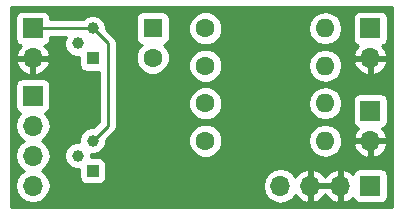
<source format=gbl>
G04 #@! TF.FileFunction,Copper,L2,Bot,Signal*
%FSLAX46Y46*%
G04 Gerber Fmt 4.6, Leading zero omitted, Abs format (unit mm)*
G04 Created by KiCad (PCBNEW 4.0.7) date 05/31/19 16:29:18*
%MOMM*%
%LPD*%
G01*
G04 APERTURE LIST*
%ADD10C,0.100000*%
%ADD11R,1.600000X1.600000*%
%ADD12C,1.600000*%
%ADD13R,1.700000X1.700000*%
%ADD14O,1.700000X1.700000*%
%ADD15C,1.000000*%
%ADD16R,1.000000X1.000000*%
%ADD17O,1.600000X1.600000*%
%ADD18C,0.250000*%
%ADD19C,0.254000*%
G04 APERTURE END LIST*
D10*
D11*
X143510000Y-103505000D03*
D12*
X143510000Y-106005000D03*
D13*
X133350000Y-103505000D03*
D14*
X133350000Y-106045000D03*
D13*
X133350000Y-109220000D03*
D14*
X133350000Y-111760000D03*
X133350000Y-114300000D03*
X133350000Y-116840000D03*
D13*
X161925000Y-116840000D03*
D14*
X159385000Y-116840000D03*
X156845000Y-116840000D03*
X154305000Y-116840000D03*
D13*
X161925000Y-110490000D03*
D14*
X161925000Y-113030000D03*
D13*
X161925000Y-103505000D03*
D14*
X161925000Y-106045000D03*
D15*
X137160000Y-114300000D03*
X138430000Y-113030000D03*
D16*
X138430000Y-115570000D03*
D15*
X137160000Y-104775000D03*
X138430000Y-103505000D03*
D16*
X138430000Y-106045000D03*
D12*
X147955000Y-109855000D03*
D17*
X158115000Y-109855000D03*
D12*
X147955000Y-103505000D03*
D17*
X158115000Y-103505000D03*
D12*
X147955000Y-113030000D03*
D17*
X158115000Y-113030000D03*
D12*
X147955000Y-106680000D03*
D17*
X158115000Y-106680000D03*
D18*
X133350000Y-103505000D02*
X138430000Y-103505000D01*
X138430000Y-113030000D02*
X139700000Y-111760000D01*
X139700000Y-104775000D02*
X138430000Y-103505000D01*
X139700000Y-111760000D02*
X139700000Y-104775000D01*
D19*
G36*
X163755000Y-118670000D02*
X131520000Y-118670000D01*
X131520000Y-111760000D01*
X131835907Y-111760000D01*
X131948946Y-112328285D01*
X132270853Y-112810054D01*
X132600026Y-113030000D01*
X132270853Y-113249946D01*
X131948946Y-113731715D01*
X131835907Y-114300000D01*
X131948946Y-114868285D01*
X132270853Y-115350054D01*
X132600026Y-115570000D01*
X132270853Y-115789946D01*
X131948946Y-116271715D01*
X131835907Y-116840000D01*
X131948946Y-117408285D01*
X132270853Y-117890054D01*
X132752622Y-118211961D01*
X133320907Y-118325000D01*
X133379093Y-118325000D01*
X133947378Y-118211961D01*
X134429147Y-117890054D01*
X134751054Y-117408285D01*
X134864093Y-116840000D01*
X134858307Y-116810907D01*
X152820000Y-116810907D01*
X152820000Y-116869093D01*
X152933039Y-117437378D01*
X153254946Y-117919147D01*
X153736715Y-118241054D01*
X154305000Y-118354093D01*
X154873285Y-118241054D01*
X155355054Y-117919147D01*
X155582702Y-117578447D01*
X155649817Y-117721358D01*
X156078076Y-118111645D01*
X156488110Y-118281476D01*
X156718000Y-118160155D01*
X156718000Y-116967000D01*
X156972000Y-116967000D01*
X156972000Y-118160155D01*
X157201890Y-118281476D01*
X157611924Y-118111645D01*
X158040183Y-117721358D01*
X158115000Y-117562046D01*
X158189817Y-117721358D01*
X158618076Y-118111645D01*
X159028110Y-118281476D01*
X159258000Y-118160155D01*
X159258000Y-116967000D01*
X156972000Y-116967000D01*
X156718000Y-116967000D01*
X156698000Y-116967000D01*
X156698000Y-116713000D01*
X156718000Y-116713000D01*
X156718000Y-115519845D01*
X156972000Y-115519845D01*
X156972000Y-116713000D01*
X159258000Y-116713000D01*
X159258000Y-115519845D01*
X159512000Y-115519845D01*
X159512000Y-116713000D01*
X159532000Y-116713000D01*
X159532000Y-116967000D01*
X159512000Y-116967000D01*
X159512000Y-118160155D01*
X159741890Y-118281476D01*
X160151924Y-118111645D01*
X160454937Y-117835499D01*
X160471838Y-117925317D01*
X160610910Y-118141441D01*
X160823110Y-118286431D01*
X161075000Y-118337440D01*
X162775000Y-118337440D01*
X163010317Y-118293162D01*
X163226441Y-118154090D01*
X163371431Y-117941890D01*
X163422440Y-117690000D01*
X163422440Y-115990000D01*
X163378162Y-115754683D01*
X163239090Y-115538559D01*
X163026890Y-115393569D01*
X162775000Y-115342560D01*
X161075000Y-115342560D01*
X160839683Y-115386838D01*
X160623559Y-115525910D01*
X160478569Y-115738110D01*
X160456699Y-115846107D01*
X160151924Y-115568355D01*
X159741890Y-115398524D01*
X159512000Y-115519845D01*
X159258000Y-115519845D01*
X159028110Y-115398524D01*
X158618076Y-115568355D01*
X158189817Y-115958642D01*
X158115000Y-116117954D01*
X158040183Y-115958642D01*
X157611924Y-115568355D01*
X157201890Y-115398524D01*
X156972000Y-115519845D01*
X156718000Y-115519845D01*
X156488110Y-115398524D01*
X156078076Y-115568355D01*
X155649817Y-115958642D01*
X155582702Y-116101553D01*
X155355054Y-115760853D01*
X154873285Y-115438946D01*
X154305000Y-115325907D01*
X153736715Y-115438946D01*
X153254946Y-115760853D01*
X152933039Y-116242622D01*
X152820000Y-116810907D01*
X134858307Y-116810907D01*
X134751054Y-116271715D01*
X134429147Y-115789946D01*
X134099974Y-115570000D01*
X134429147Y-115350054D01*
X134751054Y-114868285D01*
X134864093Y-114300000D01*
X134751054Y-113731715D01*
X134429147Y-113249946D01*
X134099974Y-113030000D01*
X134429147Y-112810054D01*
X134751054Y-112328285D01*
X134864093Y-111760000D01*
X134751054Y-111191715D01*
X134429147Y-110709946D01*
X134387548Y-110682150D01*
X134435317Y-110673162D01*
X134651441Y-110534090D01*
X134796431Y-110321890D01*
X134847440Y-110070000D01*
X134847440Y-108370000D01*
X134803162Y-108134683D01*
X134664090Y-107918559D01*
X134451890Y-107773569D01*
X134200000Y-107722560D01*
X132500000Y-107722560D01*
X132264683Y-107766838D01*
X132048559Y-107905910D01*
X131903569Y-108118110D01*
X131852560Y-108370000D01*
X131852560Y-110070000D01*
X131896838Y-110305317D01*
X132035910Y-110521441D01*
X132248110Y-110666431D01*
X132315541Y-110680086D01*
X132270853Y-110709946D01*
X131948946Y-111191715D01*
X131835907Y-111760000D01*
X131520000Y-111760000D01*
X131520000Y-106401890D01*
X131908524Y-106401890D01*
X132078355Y-106811924D01*
X132468642Y-107240183D01*
X132993108Y-107486486D01*
X133223000Y-107365819D01*
X133223000Y-106172000D01*
X133477000Y-106172000D01*
X133477000Y-107365819D01*
X133706892Y-107486486D01*
X134231358Y-107240183D01*
X134621645Y-106811924D01*
X134791476Y-106401890D01*
X134670155Y-106172000D01*
X133477000Y-106172000D01*
X133223000Y-106172000D01*
X132029845Y-106172000D01*
X131908524Y-106401890D01*
X131520000Y-106401890D01*
X131520000Y-102655000D01*
X131852560Y-102655000D01*
X131852560Y-104355000D01*
X131896838Y-104590317D01*
X132035910Y-104806441D01*
X132248110Y-104951431D01*
X132356107Y-104973301D01*
X132078355Y-105278076D01*
X131908524Y-105688110D01*
X132029845Y-105918000D01*
X133223000Y-105918000D01*
X133223000Y-105898000D01*
X133477000Y-105898000D01*
X133477000Y-105918000D01*
X134670155Y-105918000D01*
X134791476Y-105688110D01*
X134621645Y-105278076D01*
X134345499Y-104975063D01*
X134435317Y-104958162D01*
X134651441Y-104819090D01*
X134796431Y-104606890D01*
X134847440Y-104355000D01*
X134847440Y-104265000D01*
X136142811Y-104265000D01*
X136025197Y-104548244D01*
X136024803Y-104999775D01*
X136197233Y-105417086D01*
X136516235Y-105736645D01*
X136933244Y-105909803D01*
X137282560Y-105910108D01*
X137282560Y-106545000D01*
X137326838Y-106780317D01*
X137465910Y-106996441D01*
X137678110Y-107141431D01*
X137930000Y-107192440D01*
X138930000Y-107192440D01*
X138940000Y-107190558D01*
X138940000Y-111445198D01*
X138490146Y-111895052D01*
X138205225Y-111894803D01*
X137787914Y-112067233D01*
X137468355Y-112386235D01*
X137295197Y-112803244D01*
X137294881Y-113165117D01*
X136935225Y-113164803D01*
X136517914Y-113337233D01*
X136198355Y-113656235D01*
X136025197Y-114073244D01*
X136024803Y-114524775D01*
X136197233Y-114942086D01*
X136516235Y-115261645D01*
X136933244Y-115434803D01*
X137282560Y-115435108D01*
X137282560Y-116070000D01*
X137326838Y-116305317D01*
X137465910Y-116521441D01*
X137678110Y-116666431D01*
X137930000Y-116717440D01*
X138930000Y-116717440D01*
X139165317Y-116673162D01*
X139381441Y-116534090D01*
X139526431Y-116321890D01*
X139577440Y-116070000D01*
X139577440Y-115070000D01*
X139533162Y-114834683D01*
X139394090Y-114618559D01*
X139181890Y-114473569D01*
X138930000Y-114422560D01*
X138294894Y-114422560D01*
X138295119Y-114164883D01*
X138654775Y-114165197D01*
X139072086Y-113992767D01*
X139391645Y-113673765D01*
X139540955Y-113314187D01*
X146519752Y-113314187D01*
X146737757Y-113841800D01*
X147141077Y-114245824D01*
X147668309Y-114464750D01*
X148239187Y-114465248D01*
X148766800Y-114247243D01*
X149170824Y-113843923D01*
X149389750Y-113316691D01*
X149390000Y-113030000D01*
X156651887Y-113030000D01*
X156761120Y-113579151D01*
X157072189Y-114044698D01*
X157537736Y-114355767D01*
X158086887Y-114465000D01*
X158143113Y-114465000D01*
X158692264Y-114355767D01*
X159157811Y-114044698D01*
X159468880Y-113579151D01*
X159507123Y-113386890D01*
X160483524Y-113386890D01*
X160653355Y-113796924D01*
X161043642Y-114225183D01*
X161568108Y-114471486D01*
X161798000Y-114350819D01*
X161798000Y-113157000D01*
X162052000Y-113157000D01*
X162052000Y-114350819D01*
X162281892Y-114471486D01*
X162806358Y-114225183D01*
X163196645Y-113796924D01*
X163366476Y-113386890D01*
X163245155Y-113157000D01*
X162052000Y-113157000D01*
X161798000Y-113157000D01*
X160604845Y-113157000D01*
X160483524Y-113386890D01*
X159507123Y-113386890D01*
X159578113Y-113030000D01*
X159468880Y-112480849D01*
X159157811Y-112015302D01*
X158692264Y-111704233D01*
X158143113Y-111595000D01*
X158086887Y-111595000D01*
X157537736Y-111704233D01*
X157072189Y-112015302D01*
X156761120Y-112480849D01*
X156651887Y-113030000D01*
X149390000Y-113030000D01*
X149390248Y-112745813D01*
X149172243Y-112218200D01*
X148768923Y-111814176D01*
X148241691Y-111595250D01*
X147670813Y-111594752D01*
X147143200Y-111812757D01*
X146739176Y-112216077D01*
X146520250Y-112743309D01*
X146519752Y-113314187D01*
X139540955Y-113314187D01*
X139564803Y-113256756D01*
X139565053Y-112969749D01*
X140237401Y-112297401D01*
X140402148Y-112050840D01*
X140460000Y-111760000D01*
X140460000Y-110139187D01*
X146519752Y-110139187D01*
X146737757Y-110666800D01*
X147141077Y-111070824D01*
X147668309Y-111289750D01*
X148239187Y-111290248D01*
X148766800Y-111072243D01*
X149170824Y-110668923D01*
X149389750Y-110141691D01*
X149390000Y-109855000D01*
X156651887Y-109855000D01*
X156761120Y-110404151D01*
X157072189Y-110869698D01*
X157537736Y-111180767D01*
X158086887Y-111290000D01*
X158143113Y-111290000D01*
X158692264Y-111180767D01*
X159157811Y-110869698D01*
X159468880Y-110404151D01*
X159578113Y-109855000D01*
X159535347Y-109640000D01*
X160427560Y-109640000D01*
X160427560Y-111340000D01*
X160471838Y-111575317D01*
X160610910Y-111791441D01*
X160823110Y-111936431D01*
X160931107Y-111958301D01*
X160653355Y-112263076D01*
X160483524Y-112673110D01*
X160604845Y-112903000D01*
X161798000Y-112903000D01*
X161798000Y-112883000D01*
X162052000Y-112883000D01*
X162052000Y-112903000D01*
X163245155Y-112903000D01*
X163366476Y-112673110D01*
X163196645Y-112263076D01*
X162920499Y-111960063D01*
X163010317Y-111943162D01*
X163226441Y-111804090D01*
X163371431Y-111591890D01*
X163422440Y-111340000D01*
X163422440Y-109640000D01*
X163378162Y-109404683D01*
X163239090Y-109188559D01*
X163026890Y-109043569D01*
X162775000Y-108992560D01*
X161075000Y-108992560D01*
X160839683Y-109036838D01*
X160623559Y-109175910D01*
X160478569Y-109388110D01*
X160427560Y-109640000D01*
X159535347Y-109640000D01*
X159468880Y-109305849D01*
X159157811Y-108840302D01*
X158692264Y-108529233D01*
X158143113Y-108420000D01*
X158086887Y-108420000D01*
X157537736Y-108529233D01*
X157072189Y-108840302D01*
X156761120Y-109305849D01*
X156651887Y-109855000D01*
X149390000Y-109855000D01*
X149390248Y-109570813D01*
X149172243Y-109043200D01*
X148768923Y-108639176D01*
X148241691Y-108420250D01*
X147670813Y-108419752D01*
X147143200Y-108637757D01*
X146739176Y-109041077D01*
X146520250Y-109568309D01*
X146519752Y-110139187D01*
X140460000Y-110139187D01*
X140460000Y-104775000D01*
X140402148Y-104484161D01*
X140402148Y-104484160D01*
X140237401Y-104237599D01*
X139564948Y-103565146D01*
X139565197Y-103280225D01*
X139392767Y-102862914D01*
X139235129Y-102705000D01*
X142062560Y-102705000D01*
X142062560Y-104305000D01*
X142106838Y-104540317D01*
X142245910Y-104756441D01*
X142458110Y-104901431D01*
X142563041Y-104922680D01*
X142294176Y-105191077D01*
X142075250Y-105718309D01*
X142074752Y-106289187D01*
X142292757Y-106816800D01*
X142696077Y-107220824D01*
X143223309Y-107439750D01*
X143794187Y-107440248D01*
X144321800Y-107222243D01*
X144580306Y-106964187D01*
X146519752Y-106964187D01*
X146737757Y-107491800D01*
X147141077Y-107895824D01*
X147668309Y-108114750D01*
X148239187Y-108115248D01*
X148766800Y-107897243D01*
X149170824Y-107493923D01*
X149389750Y-106966691D01*
X149390000Y-106680000D01*
X156651887Y-106680000D01*
X156761120Y-107229151D01*
X157072189Y-107694698D01*
X157537736Y-108005767D01*
X158086887Y-108115000D01*
X158143113Y-108115000D01*
X158692264Y-108005767D01*
X159157811Y-107694698D01*
X159468880Y-107229151D01*
X159578113Y-106680000D01*
X159522794Y-106401890D01*
X160483524Y-106401890D01*
X160653355Y-106811924D01*
X161043642Y-107240183D01*
X161568108Y-107486486D01*
X161798000Y-107365819D01*
X161798000Y-106172000D01*
X162052000Y-106172000D01*
X162052000Y-107365819D01*
X162281892Y-107486486D01*
X162806358Y-107240183D01*
X163196645Y-106811924D01*
X163366476Y-106401890D01*
X163245155Y-106172000D01*
X162052000Y-106172000D01*
X161798000Y-106172000D01*
X160604845Y-106172000D01*
X160483524Y-106401890D01*
X159522794Y-106401890D01*
X159468880Y-106130849D01*
X159157811Y-105665302D01*
X158692264Y-105354233D01*
X158143113Y-105245000D01*
X158086887Y-105245000D01*
X157537736Y-105354233D01*
X157072189Y-105665302D01*
X156761120Y-106130849D01*
X156651887Y-106680000D01*
X149390000Y-106680000D01*
X149390248Y-106395813D01*
X149172243Y-105868200D01*
X148768923Y-105464176D01*
X148241691Y-105245250D01*
X147670813Y-105244752D01*
X147143200Y-105462757D01*
X146739176Y-105866077D01*
X146520250Y-106393309D01*
X146519752Y-106964187D01*
X144580306Y-106964187D01*
X144725824Y-106818923D01*
X144944750Y-106291691D01*
X144945248Y-105720813D01*
X144727243Y-105193200D01*
X144458928Y-104924417D01*
X144545317Y-104908162D01*
X144761441Y-104769090D01*
X144906431Y-104556890D01*
X144957440Y-104305000D01*
X144957440Y-103789187D01*
X146519752Y-103789187D01*
X146737757Y-104316800D01*
X147141077Y-104720824D01*
X147668309Y-104939750D01*
X148239187Y-104940248D01*
X148766800Y-104722243D01*
X149170824Y-104318923D01*
X149389750Y-103791691D01*
X149390000Y-103505000D01*
X156651887Y-103505000D01*
X156761120Y-104054151D01*
X157072189Y-104519698D01*
X157537736Y-104830767D01*
X158086887Y-104940000D01*
X158143113Y-104940000D01*
X158692264Y-104830767D01*
X159157811Y-104519698D01*
X159468880Y-104054151D01*
X159578113Y-103505000D01*
X159468880Y-102955849D01*
X159267859Y-102655000D01*
X160427560Y-102655000D01*
X160427560Y-104355000D01*
X160471838Y-104590317D01*
X160610910Y-104806441D01*
X160823110Y-104951431D01*
X160931107Y-104973301D01*
X160653355Y-105278076D01*
X160483524Y-105688110D01*
X160604845Y-105918000D01*
X161798000Y-105918000D01*
X161798000Y-105898000D01*
X162052000Y-105898000D01*
X162052000Y-105918000D01*
X163245155Y-105918000D01*
X163366476Y-105688110D01*
X163196645Y-105278076D01*
X162920499Y-104975063D01*
X163010317Y-104958162D01*
X163226441Y-104819090D01*
X163371431Y-104606890D01*
X163422440Y-104355000D01*
X163422440Y-102655000D01*
X163378162Y-102419683D01*
X163239090Y-102203559D01*
X163026890Y-102058569D01*
X162775000Y-102007560D01*
X161075000Y-102007560D01*
X160839683Y-102051838D01*
X160623559Y-102190910D01*
X160478569Y-102403110D01*
X160427560Y-102655000D01*
X159267859Y-102655000D01*
X159157811Y-102490302D01*
X158692264Y-102179233D01*
X158143113Y-102070000D01*
X158086887Y-102070000D01*
X157537736Y-102179233D01*
X157072189Y-102490302D01*
X156761120Y-102955849D01*
X156651887Y-103505000D01*
X149390000Y-103505000D01*
X149390248Y-103220813D01*
X149172243Y-102693200D01*
X148768923Y-102289176D01*
X148241691Y-102070250D01*
X147670813Y-102069752D01*
X147143200Y-102287757D01*
X146739176Y-102691077D01*
X146520250Y-103218309D01*
X146519752Y-103789187D01*
X144957440Y-103789187D01*
X144957440Y-102705000D01*
X144913162Y-102469683D01*
X144774090Y-102253559D01*
X144561890Y-102108569D01*
X144310000Y-102057560D01*
X142710000Y-102057560D01*
X142474683Y-102101838D01*
X142258559Y-102240910D01*
X142113569Y-102453110D01*
X142062560Y-102705000D01*
X139235129Y-102705000D01*
X139073765Y-102543355D01*
X138656756Y-102370197D01*
X138205225Y-102369803D01*
X137787914Y-102542233D01*
X137584793Y-102745000D01*
X134847440Y-102745000D01*
X134847440Y-102655000D01*
X134803162Y-102419683D01*
X134664090Y-102203559D01*
X134451890Y-102058569D01*
X134200000Y-102007560D01*
X132500000Y-102007560D01*
X132264683Y-102051838D01*
X132048559Y-102190910D01*
X131903569Y-102403110D01*
X131852560Y-102655000D01*
X131520000Y-102655000D01*
X131520000Y-101675000D01*
X163755000Y-101675000D01*
X163755000Y-118670000D01*
X163755000Y-118670000D01*
G37*
X163755000Y-118670000D02*
X131520000Y-118670000D01*
X131520000Y-111760000D01*
X131835907Y-111760000D01*
X131948946Y-112328285D01*
X132270853Y-112810054D01*
X132600026Y-113030000D01*
X132270853Y-113249946D01*
X131948946Y-113731715D01*
X131835907Y-114300000D01*
X131948946Y-114868285D01*
X132270853Y-115350054D01*
X132600026Y-115570000D01*
X132270853Y-115789946D01*
X131948946Y-116271715D01*
X131835907Y-116840000D01*
X131948946Y-117408285D01*
X132270853Y-117890054D01*
X132752622Y-118211961D01*
X133320907Y-118325000D01*
X133379093Y-118325000D01*
X133947378Y-118211961D01*
X134429147Y-117890054D01*
X134751054Y-117408285D01*
X134864093Y-116840000D01*
X134858307Y-116810907D01*
X152820000Y-116810907D01*
X152820000Y-116869093D01*
X152933039Y-117437378D01*
X153254946Y-117919147D01*
X153736715Y-118241054D01*
X154305000Y-118354093D01*
X154873285Y-118241054D01*
X155355054Y-117919147D01*
X155582702Y-117578447D01*
X155649817Y-117721358D01*
X156078076Y-118111645D01*
X156488110Y-118281476D01*
X156718000Y-118160155D01*
X156718000Y-116967000D01*
X156972000Y-116967000D01*
X156972000Y-118160155D01*
X157201890Y-118281476D01*
X157611924Y-118111645D01*
X158040183Y-117721358D01*
X158115000Y-117562046D01*
X158189817Y-117721358D01*
X158618076Y-118111645D01*
X159028110Y-118281476D01*
X159258000Y-118160155D01*
X159258000Y-116967000D01*
X156972000Y-116967000D01*
X156718000Y-116967000D01*
X156698000Y-116967000D01*
X156698000Y-116713000D01*
X156718000Y-116713000D01*
X156718000Y-115519845D01*
X156972000Y-115519845D01*
X156972000Y-116713000D01*
X159258000Y-116713000D01*
X159258000Y-115519845D01*
X159512000Y-115519845D01*
X159512000Y-116713000D01*
X159532000Y-116713000D01*
X159532000Y-116967000D01*
X159512000Y-116967000D01*
X159512000Y-118160155D01*
X159741890Y-118281476D01*
X160151924Y-118111645D01*
X160454937Y-117835499D01*
X160471838Y-117925317D01*
X160610910Y-118141441D01*
X160823110Y-118286431D01*
X161075000Y-118337440D01*
X162775000Y-118337440D01*
X163010317Y-118293162D01*
X163226441Y-118154090D01*
X163371431Y-117941890D01*
X163422440Y-117690000D01*
X163422440Y-115990000D01*
X163378162Y-115754683D01*
X163239090Y-115538559D01*
X163026890Y-115393569D01*
X162775000Y-115342560D01*
X161075000Y-115342560D01*
X160839683Y-115386838D01*
X160623559Y-115525910D01*
X160478569Y-115738110D01*
X160456699Y-115846107D01*
X160151924Y-115568355D01*
X159741890Y-115398524D01*
X159512000Y-115519845D01*
X159258000Y-115519845D01*
X159028110Y-115398524D01*
X158618076Y-115568355D01*
X158189817Y-115958642D01*
X158115000Y-116117954D01*
X158040183Y-115958642D01*
X157611924Y-115568355D01*
X157201890Y-115398524D01*
X156972000Y-115519845D01*
X156718000Y-115519845D01*
X156488110Y-115398524D01*
X156078076Y-115568355D01*
X155649817Y-115958642D01*
X155582702Y-116101553D01*
X155355054Y-115760853D01*
X154873285Y-115438946D01*
X154305000Y-115325907D01*
X153736715Y-115438946D01*
X153254946Y-115760853D01*
X152933039Y-116242622D01*
X152820000Y-116810907D01*
X134858307Y-116810907D01*
X134751054Y-116271715D01*
X134429147Y-115789946D01*
X134099974Y-115570000D01*
X134429147Y-115350054D01*
X134751054Y-114868285D01*
X134864093Y-114300000D01*
X134751054Y-113731715D01*
X134429147Y-113249946D01*
X134099974Y-113030000D01*
X134429147Y-112810054D01*
X134751054Y-112328285D01*
X134864093Y-111760000D01*
X134751054Y-111191715D01*
X134429147Y-110709946D01*
X134387548Y-110682150D01*
X134435317Y-110673162D01*
X134651441Y-110534090D01*
X134796431Y-110321890D01*
X134847440Y-110070000D01*
X134847440Y-108370000D01*
X134803162Y-108134683D01*
X134664090Y-107918559D01*
X134451890Y-107773569D01*
X134200000Y-107722560D01*
X132500000Y-107722560D01*
X132264683Y-107766838D01*
X132048559Y-107905910D01*
X131903569Y-108118110D01*
X131852560Y-108370000D01*
X131852560Y-110070000D01*
X131896838Y-110305317D01*
X132035910Y-110521441D01*
X132248110Y-110666431D01*
X132315541Y-110680086D01*
X132270853Y-110709946D01*
X131948946Y-111191715D01*
X131835907Y-111760000D01*
X131520000Y-111760000D01*
X131520000Y-106401890D01*
X131908524Y-106401890D01*
X132078355Y-106811924D01*
X132468642Y-107240183D01*
X132993108Y-107486486D01*
X133223000Y-107365819D01*
X133223000Y-106172000D01*
X133477000Y-106172000D01*
X133477000Y-107365819D01*
X133706892Y-107486486D01*
X134231358Y-107240183D01*
X134621645Y-106811924D01*
X134791476Y-106401890D01*
X134670155Y-106172000D01*
X133477000Y-106172000D01*
X133223000Y-106172000D01*
X132029845Y-106172000D01*
X131908524Y-106401890D01*
X131520000Y-106401890D01*
X131520000Y-102655000D01*
X131852560Y-102655000D01*
X131852560Y-104355000D01*
X131896838Y-104590317D01*
X132035910Y-104806441D01*
X132248110Y-104951431D01*
X132356107Y-104973301D01*
X132078355Y-105278076D01*
X131908524Y-105688110D01*
X132029845Y-105918000D01*
X133223000Y-105918000D01*
X133223000Y-105898000D01*
X133477000Y-105898000D01*
X133477000Y-105918000D01*
X134670155Y-105918000D01*
X134791476Y-105688110D01*
X134621645Y-105278076D01*
X134345499Y-104975063D01*
X134435317Y-104958162D01*
X134651441Y-104819090D01*
X134796431Y-104606890D01*
X134847440Y-104355000D01*
X134847440Y-104265000D01*
X136142811Y-104265000D01*
X136025197Y-104548244D01*
X136024803Y-104999775D01*
X136197233Y-105417086D01*
X136516235Y-105736645D01*
X136933244Y-105909803D01*
X137282560Y-105910108D01*
X137282560Y-106545000D01*
X137326838Y-106780317D01*
X137465910Y-106996441D01*
X137678110Y-107141431D01*
X137930000Y-107192440D01*
X138930000Y-107192440D01*
X138940000Y-107190558D01*
X138940000Y-111445198D01*
X138490146Y-111895052D01*
X138205225Y-111894803D01*
X137787914Y-112067233D01*
X137468355Y-112386235D01*
X137295197Y-112803244D01*
X137294881Y-113165117D01*
X136935225Y-113164803D01*
X136517914Y-113337233D01*
X136198355Y-113656235D01*
X136025197Y-114073244D01*
X136024803Y-114524775D01*
X136197233Y-114942086D01*
X136516235Y-115261645D01*
X136933244Y-115434803D01*
X137282560Y-115435108D01*
X137282560Y-116070000D01*
X137326838Y-116305317D01*
X137465910Y-116521441D01*
X137678110Y-116666431D01*
X137930000Y-116717440D01*
X138930000Y-116717440D01*
X139165317Y-116673162D01*
X139381441Y-116534090D01*
X139526431Y-116321890D01*
X139577440Y-116070000D01*
X139577440Y-115070000D01*
X139533162Y-114834683D01*
X139394090Y-114618559D01*
X139181890Y-114473569D01*
X138930000Y-114422560D01*
X138294894Y-114422560D01*
X138295119Y-114164883D01*
X138654775Y-114165197D01*
X139072086Y-113992767D01*
X139391645Y-113673765D01*
X139540955Y-113314187D01*
X146519752Y-113314187D01*
X146737757Y-113841800D01*
X147141077Y-114245824D01*
X147668309Y-114464750D01*
X148239187Y-114465248D01*
X148766800Y-114247243D01*
X149170824Y-113843923D01*
X149389750Y-113316691D01*
X149390000Y-113030000D01*
X156651887Y-113030000D01*
X156761120Y-113579151D01*
X157072189Y-114044698D01*
X157537736Y-114355767D01*
X158086887Y-114465000D01*
X158143113Y-114465000D01*
X158692264Y-114355767D01*
X159157811Y-114044698D01*
X159468880Y-113579151D01*
X159507123Y-113386890D01*
X160483524Y-113386890D01*
X160653355Y-113796924D01*
X161043642Y-114225183D01*
X161568108Y-114471486D01*
X161798000Y-114350819D01*
X161798000Y-113157000D01*
X162052000Y-113157000D01*
X162052000Y-114350819D01*
X162281892Y-114471486D01*
X162806358Y-114225183D01*
X163196645Y-113796924D01*
X163366476Y-113386890D01*
X163245155Y-113157000D01*
X162052000Y-113157000D01*
X161798000Y-113157000D01*
X160604845Y-113157000D01*
X160483524Y-113386890D01*
X159507123Y-113386890D01*
X159578113Y-113030000D01*
X159468880Y-112480849D01*
X159157811Y-112015302D01*
X158692264Y-111704233D01*
X158143113Y-111595000D01*
X158086887Y-111595000D01*
X157537736Y-111704233D01*
X157072189Y-112015302D01*
X156761120Y-112480849D01*
X156651887Y-113030000D01*
X149390000Y-113030000D01*
X149390248Y-112745813D01*
X149172243Y-112218200D01*
X148768923Y-111814176D01*
X148241691Y-111595250D01*
X147670813Y-111594752D01*
X147143200Y-111812757D01*
X146739176Y-112216077D01*
X146520250Y-112743309D01*
X146519752Y-113314187D01*
X139540955Y-113314187D01*
X139564803Y-113256756D01*
X139565053Y-112969749D01*
X140237401Y-112297401D01*
X140402148Y-112050840D01*
X140460000Y-111760000D01*
X140460000Y-110139187D01*
X146519752Y-110139187D01*
X146737757Y-110666800D01*
X147141077Y-111070824D01*
X147668309Y-111289750D01*
X148239187Y-111290248D01*
X148766800Y-111072243D01*
X149170824Y-110668923D01*
X149389750Y-110141691D01*
X149390000Y-109855000D01*
X156651887Y-109855000D01*
X156761120Y-110404151D01*
X157072189Y-110869698D01*
X157537736Y-111180767D01*
X158086887Y-111290000D01*
X158143113Y-111290000D01*
X158692264Y-111180767D01*
X159157811Y-110869698D01*
X159468880Y-110404151D01*
X159578113Y-109855000D01*
X159535347Y-109640000D01*
X160427560Y-109640000D01*
X160427560Y-111340000D01*
X160471838Y-111575317D01*
X160610910Y-111791441D01*
X160823110Y-111936431D01*
X160931107Y-111958301D01*
X160653355Y-112263076D01*
X160483524Y-112673110D01*
X160604845Y-112903000D01*
X161798000Y-112903000D01*
X161798000Y-112883000D01*
X162052000Y-112883000D01*
X162052000Y-112903000D01*
X163245155Y-112903000D01*
X163366476Y-112673110D01*
X163196645Y-112263076D01*
X162920499Y-111960063D01*
X163010317Y-111943162D01*
X163226441Y-111804090D01*
X163371431Y-111591890D01*
X163422440Y-111340000D01*
X163422440Y-109640000D01*
X163378162Y-109404683D01*
X163239090Y-109188559D01*
X163026890Y-109043569D01*
X162775000Y-108992560D01*
X161075000Y-108992560D01*
X160839683Y-109036838D01*
X160623559Y-109175910D01*
X160478569Y-109388110D01*
X160427560Y-109640000D01*
X159535347Y-109640000D01*
X159468880Y-109305849D01*
X159157811Y-108840302D01*
X158692264Y-108529233D01*
X158143113Y-108420000D01*
X158086887Y-108420000D01*
X157537736Y-108529233D01*
X157072189Y-108840302D01*
X156761120Y-109305849D01*
X156651887Y-109855000D01*
X149390000Y-109855000D01*
X149390248Y-109570813D01*
X149172243Y-109043200D01*
X148768923Y-108639176D01*
X148241691Y-108420250D01*
X147670813Y-108419752D01*
X147143200Y-108637757D01*
X146739176Y-109041077D01*
X146520250Y-109568309D01*
X146519752Y-110139187D01*
X140460000Y-110139187D01*
X140460000Y-104775000D01*
X140402148Y-104484161D01*
X140402148Y-104484160D01*
X140237401Y-104237599D01*
X139564948Y-103565146D01*
X139565197Y-103280225D01*
X139392767Y-102862914D01*
X139235129Y-102705000D01*
X142062560Y-102705000D01*
X142062560Y-104305000D01*
X142106838Y-104540317D01*
X142245910Y-104756441D01*
X142458110Y-104901431D01*
X142563041Y-104922680D01*
X142294176Y-105191077D01*
X142075250Y-105718309D01*
X142074752Y-106289187D01*
X142292757Y-106816800D01*
X142696077Y-107220824D01*
X143223309Y-107439750D01*
X143794187Y-107440248D01*
X144321800Y-107222243D01*
X144580306Y-106964187D01*
X146519752Y-106964187D01*
X146737757Y-107491800D01*
X147141077Y-107895824D01*
X147668309Y-108114750D01*
X148239187Y-108115248D01*
X148766800Y-107897243D01*
X149170824Y-107493923D01*
X149389750Y-106966691D01*
X149390000Y-106680000D01*
X156651887Y-106680000D01*
X156761120Y-107229151D01*
X157072189Y-107694698D01*
X157537736Y-108005767D01*
X158086887Y-108115000D01*
X158143113Y-108115000D01*
X158692264Y-108005767D01*
X159157811Y-107694698D01*
X159468880Y-107229151D01*
X159578113Y-106680000D01*
X159522794Y-106401890D01*
X160483524Y-106401890D01*
X160653355Y-106811924D01*
X161043642Y-107240183D01*
X161568108Y-107486486D01*
X161798000Y-107365819D01*
X161798000Y-106172000D01*
X162052000Y-106172000D01*
X162052000Y-107365819D01*
X162281892Y-107486486D01*
X162806358Y-107240183D01*
X163196645Y-106811924D01*
X163366476Y-106401890D01*
X163245155Y-106172000D01*
X162052000Y-106172000D01*
X161798000Y-106172000D01*
X160604845Y-106172000D01*
X160483524Y-106401890D01*
X159522794Y-106401890D01*
X159468880Y-106130849D01*
X159157811Y-105665302D01*
X158692264Y-105354233D01*
X158143113Y-105245000D01*
X158086887Y-105245000D01*
X157537736Y-105354233D01*
X157072189Y-105665302D01*
X156761120Y-106130849D01*
X156651887Y-106680000D01*
X149390000Y-106680000D01*
X149390248Y-106395813D01*
X149172243Y-105868200D01*
X148768923Y-105464176D01*
X148241691Y-105245250D01*
X147670813Y-105244752D01*
X147143200Y-105462757D01*
X146739176Y-105866077D01*
X146520250Y-106393309D01*
X146519752Y-106964187D01*
X144580306Y-106964187D01*
X144725824Y-106818923D01*
X144944750Y-106291691D01*
X144945248Y-105720813D01*
X144727243Y-105193200D01*
X144458928Y-104924417D01*
X144545317Y-104908162D01*
X144761441Y-104769090D01*
X144906431Y-104556890D01*
X144957440Y-104305000D01*
X144957440Y-103789187D01*
X146519752Y-103789187D01*
X146737757Y-104316800D01*
X147141077Y-104720824D01*
X147668309Y-104939750D01*
X148239187Y-104940248D01*
X148766800Y-104722243D01*
X149170824Y-104318923D01*
X149389750Y-103791691D01*
X149390000Y-103505000D01*
X156651887Y-103505000D01*
X156761120Y-104054151D01*
X157072189Y-104519698D01*
X157537736Y-104830767D01*
X158086887Y-104940000D01*
X158143113Y-104940000D01*
X158692264Y-104830767D01*
X159157811Y-104519698D01*
X159468880Y-104054151D01*
X159578113Y-103505000D01*
X159468880Y-102955849D01*
X159267859Y-102655000D01*
X160427560Y-102655000D01*
X160427560Y-104355000D01*
X160471838Y-104590317D01*
X160610910Y-104806441D01*
X160823110Y-104951431D01*
X160931107Y-104973301D01*
X160653355Y-105278076D01*
X160483524Y-105688110D01*
X160604845Y-105918000D01*
X161798000Y-105918000D01*
X161798000Y-105898000D01*
X162052000Y-105898000D01*
X162052000Y-105918000D01*
X163245155Y-105918000D01*
X163366476Y-105688110D01*
X163196645Y-105278076D01*
X162920499Y-104975063D01*
X163010317Y-104958162D01*
X163226441Y-104819090D01*
X163371431Y-104606890D01*
X163422440Y-104355000D01*
X163422440Y-102655000D01*
X163378162Y-102419683D01*
X163239090Y-102203559D01*
X163026890Y-102058569D01*
X162775000Y-102007560D01*
X161075000Y-102007560D01*
X160839683Y-102051838D01*
X160623559Y-102190910D01*
X160478569Y-102403110D01*
X160427560Y-102655000D01*
X159267859Y-102655000D01*
X159157811Y-102490302D01*
X158692264Y-102179233D01*
X158143113Y-102070000D01*
X158086887Y-102070000D01*
X157537736Y-102179233D01*
X157072189Y-102490302D01*
X156761120Y-102955849D01*
X156651887Y-103505000D01*
X149390000Y-103505000D01*
X149390248Y-103220813D01*
X149172243Y-102693200D01*
X148768923Y-102289176D01*
X148241691Y-102070250D01*
X147670813Y-102069752D01*
X147143200Y-102287757D01*
X146739176Y-102691077D01*
X146520250Y-103218309D01*
X146519752Y-103789187D01*
X144957440Y-103789187D01*
X144957440Y-102705000D01*
X144913162Y-102469683D01*
X144774090Y-102253559D01*
X144561890Y-102108569D01*
X144310000Y-102057560D01*
X142710000Y-102057560D01*
X142474683Y-102101838D01*
X142258559Y-102240910D01*
X142113569Y-102453110D01*
X142062560Y-102705000D01*
X139235129Y-102705000D01*
X139073765Y-102543355D01*
X138656756Y-102370197D01*
X138205225Y-102369803D01*
X137787914Y-102542233D01*
X137584793Y-102745000D01*
X134847440Y-102745000D01*
X134847440Y-102655000D01*
X134803162Y-102419683D01*
X134664090Y-102203559D01*
X134451890Y-102058569D01*
X134200000Y-102007560D01*
X132500000Y-102007560D01*
X132264683Y-102051838D01*
X132048559Y-102190910D01*
X131903569Y-102403110D01*
X131852560Y-102655000D01*
X131520000Y-102655000D01*
X131520000Y-101675000D01*
X163755000Y-101675000D01*
X163755000Y-118670000D01*
M02*

</source>
